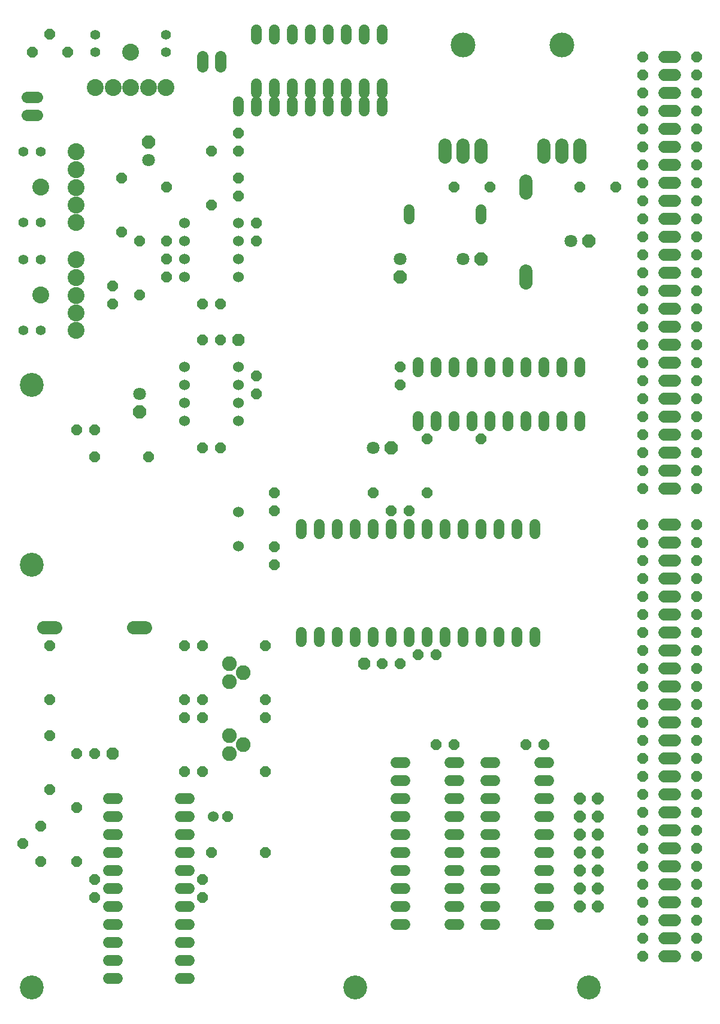
<source format=gbs>
G75*
%MOIN*%
%OFA0B0*%
%FSLAX25Y25*%
%IPPOS*%
%LPD*%
%AMOC8*
5,1,8,0,0,1.08239X$1,22.5*
%
%ADD10C,0.13300*%
%ADD11OC8,0.06000*%
%ADD12C,0.06000*%
%ADD13C,0.08200*%
%ADD14C,0.06000*%
%ADD15OC8,0.07100*%
%ADD16C,0.07100*%
%ADD17C,0.06400*%
%ADD18C,0.09400*%
%ADD19C,0.05524*%
%ADD20OC8,0.06800*%
%ADD21C,0.07400*%
%ADD22C,0.06800*%
%ADD23C,0.13800*%
%ADD24OC8,0.06050*%
%ADD25OC8,0.06400*%
D10*
X0021991Y0016300D03*
X0021991Y0251300D03*
X0021991Y0351300D03*
X0201991Y0016300D03*
X0331991Y0016300D03*
D11*
X0306991Y0151300D03*
X0296991Y0151300D03*
X0256991Y0151300D03*
X0246991Y0151300D03*
X0226991Y0196300D03*
X0236991Y0201300D03*
X0246991Y0201300D03*
X0216991Y0196300D03*
X0156991Y0251300D03*
X0156991Y0261300D03*
X0156991Y0281300D03*
X0156991Y0291300D03*
X0126991Y0316300D03*
X0116991Y0316300D03*
X0146991Y0346300D03*
X0146991Y0356300D03*
X0126991Y0376300D03*
X0116991Y0376300D03*
X0116991Y0396300D03*
X0126991Y0396300D03*
X0146991Y0431300D03*
X0146991Y0441300D03*
X0136991Y0456300D03*
X0136991Y0466300D03*
X0136991Y0481300D03*
X0136991Y0491300D03*
X0121991Y0481300D03*
X0121991Y0451300D03*
X0096991Y0461300D03*
X0096991Y0431300D03*
X0096991Y0421300D03*
X0096991Y0411300D03*
X0081991Y0401300D03*
X0066991Y0396300D03*
X0066991Y0406300D03*
X0081991Y0431300D03*
X0071991Y0436300D03*
X0071991Y0466300D03*
X0041891Y0536300D03*
X0031991Y0546300D03*
X0022091Y0536300D03*
X0046991Y0326300D03*
X0056991Y0326300D03*
X0056991Y0311300D03*
X0086991Y0311300D03*
X0106991Y0206300D03*
X0116991Y0206300D03*
X0116991Y0176300D03*
X0116991Y0166300D03*
X0106991Y0166300D03*
X0106991Y0176300D03*
X0106991Y0136300D03*
X0116991Y0136300D03*
X0130991Y0111300D03*
X0121991Y0091300D03*
X0116991Y0076300D03*
X0116991Y0066300D03*
X0151991Y0091300D03*
X0151991Y0136300D03*
X0151991Y0166300D03*
X0151991Y0176300D03*
X0151991Y0206300D03*
X0211991Y0291300D03*
X0221991Y0281300D03*
X0231991Y0281300D03*
X0241991Y0291300D03*
X0241991Y0321300D03*
X0226991Y0351300D03*
X0226991Y0361300D03*
X0271991Y0321300D03*
X0276991Y0461300D03*
X0256991Y0461300D03*
X0326991Y0461300D03*
X0346991Y0461300D03*
X0056991Y0146300D03*
X0046991Y0146300D03*
X0031991Y0156300D03*
X0031991Y0176300D03*
X0031991Y0206300D03*
X0031991Y0126300D03*
X0046991Y0116300D03*
X0026991Y0106200D03*
X0016991Y0096300D03*
X0026991Y0086400D03*
X0046991Y0086300D03*
X0056991Y0076300D03*
X0056991Y0066300D03*
D12*
X0064391Y0061300D02*
X0069591Y0061300D01*
X0069591Y0051300D02*
X0064391Y0051300D01*
X0064391Y0041300D02*
X0069591Y0041300D01*
X0069591Y0031300D02*
X0064391Y0031300D01*
X0064391Y0021300D02*
X0069591Y0021300D01*
X0104391Y0021300D02*
X0109591Y0021300D01*
X0109591Y0031300D02*
X0104391Y0031300D01*
X0104391Y0041300D02*
X0109591Y0041300D01*
X0109591Y0051300D02*
X0104391Y0051300D01*
X0104391Y0061300D02*
X0109591Y0061300D01*
X0109591Y0071300D02*
X0104391Y0071300D01*
X0104391Y0081300D02*
X0109591Y0081300D01*
X0109591Y0091300D02*
X0104391Y0091300D01*
X0104391Y0101300D02*
X0109591Y0101300D01*
X0109591Y0111300D02*
X0104391Y0111300D01*
X0104391Y0121300D02*
X0109591Y0121300D01*
X0069591Y0121300D02*
X0064391Y0121300D01*
X0064391Y0111300D02*
X0069591Y0111300D01*
X0069591Y0101300D02*
X0064391Y0101300D01*
X0064391Y0091300D02*
X0069591Y0091300D01*
X0069591Y0081300D02*
X0064391Y0081300D01*
X0064391Y0071300D02*
X0069591Y0071300D01*
X0171991Y0208700D02*
X0171991Y0213900D01*
X0181991Y0213900D02*
X0181991Y0208700D01*
X0191991Y0208700D02*
X0191991Y0213900D01*
X0201991Y0213900D02*
X0201991Y0208700D01*
X0211991Y0208700D02*
X0211991Y0213900D01*
X0221991Y0213900D02*
X0221991Y0208700D01*
X0231991Y0208700D02*
X0231991Y0213900D01*
X0241991Y0213900D02*
X0241991Y0208700D01*
X0251991Y0208700D02*
X0251991Y0213900D01*
X0261991Y0213900D02*
X0261991Y0208700D01*
X0271991Y0208700D02*
X0271991Y0213900D01*
X0281991Y0213900D02*
X0281991Y0208700D01*
X0291991Y0208700D02*
X0291991Y0213900D01*
X0301991Y0213900D02*
X0301991Y0208700D01*
X0301991Y0268700D02*
X0301991Y0273900D01*
X0291991Y0273900D02*
X0291991Y0268700D01*
X0281991Y0268700D02*
X0281991Y0273900D01*
X0271991Y0273900D02*
X0271991Y0268700D01*
X0261991Y0268700D02*
X0261991Y0273900D01*
X0251991Y0273900D02*
X0251991Y0268700D01*
X0241991Y0268700D02*
X0241991Y0273900D01*
X0231991Y0273900D02*
X0231991Y0268700D01*
X0221991Y0268700D02*
X0221991Y0273900D01*
X0211991Y0273900D02*
X0211991Y0268700D01*
X0201991Y0268700D02*
X0201991Y0273900D01*
X0191991Y0273900D02*
X0191991Y0268700D01*
X0181991Y0268700D02*
X0181991Y0273900D01*
X0171991Y0273900D02*
X0171991Y0268700D01*
X0236991Y0328700D02*
X0236991Y0333900D01*
X0246991Y0333900D02*
X0246991Y0328700D01*
X0256991Y0328700D02*
X0256991Y0333900D01*
X0266991Y0333900D02*
X0266991Y0328700D01*
X0276991Y0328700D02*
X0276991Y0333900D01*
X0286991Y0333900D02*
X0286991Y0328700D01*
X0296991Y0328700D02*
X0296991Y0333900D01*
X0306991Y0333900D02*
X0306991Y0328700D01*
X0316991Y0328700D02*
X0316991Y0333900D01*
X0326991Y0333900D02*
X0326991Y0328700D01*
X0326991Y0358700D02*
X0326991Y0363900D01*
X0316991Y0363900D02*
X0316991Y0358700D01*
X0306991Y0358700D02*
X0306991Y0363900D01*
X0296991Y0363900D02*
X0296991Y0358700D01*
X0286991Y0358700D02*
X0286991Y0363900D01*
X0276991Y0363900D02*
X0276991Y0358700D01*
X0266991Y0358700D02*
X0266991Y0363900D01*
X0256991Y0363900D02*
X0256991Y0358700D01*
X0246991Y0358700D02*
X0246991Y0363900D01*
X0236991Y0363900D02*
X0236991Y0358700D01*
X0231991Y0443700D02*
X0231991Y0448900D01*
X0271991Y0448900D02*
X0271991Y0443700D01*
X0216991Y0503700D02*
X0216991Y0508900D01*
X0216991Y0513700D02*
X0216991Y0518900D01*
X0206991Y0518900D02*
X0206991Y0513700D01*
X0206991Y0508900D02*
X0206991Y0503700D01*
X0196991Y0503700D02*
X0196991Y0508900D01*
X0196991Y0513700D02*
X0196991Y0518900D01*
X0186991Y0518900D02*
X0186991Y0513700D01*
X0186991Y0508900D02*
X0186991Y0503700D01*
X0176991Y0503700D02*
X0176991Y0508900D01*
X0176991Y0513700D02*
X0176991Y0518900D01*
X0166991Y0518900D02*
X0166991Y0513700D01*
X0166991Y0508900D02*
X0166991Y0503700D01*
X0156991Y0503700D02*
X0156991Y0508900D01*
X0156991Y0513700D02*
X0156991Y0518900D01*
X0146991Y0518900D02*
X0146991Y0513700D01*
X0146991Y0508900D02*
X0146991Y0503700D01*
X0136991Y0503700D02*
X0136991Y0508900D01*
X0146991Y0543700D02*
X0146991Y0548900D01*
X0156991Y0548900D02*
X0156991Y0543700D01*
X0166991Y0543700D02*
X0166991Y0548900D01*
X0176991Y0548900D02*
X0176991Y0543700D01*
X0186991Y0543700D02*
X0186991Y0548900D01*
X0196991Y0548900D02*
X0196991Y0543700D01*
X0206991Y0543700D02*
X0206991Y0548900D01*
X0216991Y0548900D02*
X0216991Y0543700D01*
X0224391Y0141300D02*
X0229591Y0141300D01*
X0229591Y0131300D02*
X0224391Y0131300D01*
X0224391Y0121300D02*
X0229591Y0121300D01*
X0229591Y0111300D02*
X0224391Y0111300D01*
X0224391Y0101300D02*
X0229591Y0101300D01*
X0229591Y0091300D02*
X0224391Y0091300D01*
X0224391Y0081300D02*
X0229591Y0081300D01*
X0229591Y0071300D02*
X0224391Y0071300D01*
X0224391Y0061300D02*
X0229591Y0061300D01*
X0229591Y0051300D02*
X0224391Y0051300D01*
X0254391Y0051300D02*
X0259591Y0051300D01*
X0259591Y0061300D02*
X0254391Y0061300D01*
X0254391Y0071300D02*
X0259591Y0071300D01*
X0259591Y0081300D02*
X0254391Y0081300D01*
X0254391Y0091300D02*
X0259591Y0091300D01*
X0259591Y0101300D02*
X0254391Y0101300D01*
X0254391Y0111300D02*
X0259591Y0111300D01*
X0259591Y0121300D02*
X0254391Y0121300D01*
X0254391Y0131300D02*
X0259591Y0131300D01*
X0259591Y0141300D02*
X0254391Y0141300D01*
X0274391Y0141300D02*
X0279591Y0141300D01*
X0279591Y0131300D02*
X0274391Y0131300D01*
X0274391Y0121300D02*
X0279591Y0121300D01*
X0279591Y0111300D02*
X0274391Y0111300D01*
X0274391Y0101300D02*
X0279591Y0101300D01*
X0279591Y0091300D02*
X0274391Y0091300D01*
X0274391Y0081300D02*
X0279591Y0081300D01*
X0279591Y0071300D02*
X0274391Y0071300D01*
X0274391Y0061300D02*
X0279591Y0061300D01*
X0279591Y0051300D02*
X0274391Y0051300D01*
X0304391Y0051300D02*
X0309591Y0051300D01*
X0309591Y0061300D02*
X0304391Y0061300D01*
X0304391Y0071300D02*
X0309591Y0071300D01*
X0309591Y0081300D02*
X0304391Y0081300D01*
X0304391Y0091300D02*
X0309591Y0091300D01*
X0309591Y0101300D02*
X0304391Y0101300D01*
X0304391Y0111300D02*
X0309591Y0111300D01*
X0309591Y0121300D02*
X0304391Y0121300D01*
X0304391Y0131300D02*
X0309591Y0131300D01*
X0309591Y0141300D02*
X0304391Y0141300D01*
D13*
X0139491Y0151300D03*
X0131991Y0146300D03*
X0131991Y0156300D03*
X0131991Y0186300D03*
X0131991Y0196300D03*
X0139491Y0191300D03*
D14*
X0136991Y0261800D03*
X0136991Y0280800D03*
X0136991Y0331300D03*
X0136991Y0341300D03*
X0136991Y0351300D03*
X0136991Y0361300D03*
X0106991Y0361300D03*
X0106991Y0351300D03*
X0106991Y0341300D03*
X0106991Y0331300D03*
X0106991Y0411300D03*
X0106991Y0421300D03*
X0106991Y0431300D03*
X0106991Y0441300D03*
X0136991Y0441300D03*
X0136991Y0431300D03*
X0136991Y0421300D03*
X0136991Y0411300D03*
X0122991Y0111300D03*
D15*
X0221991Y0316300D03*
X0226991Y0411300D03*
X0271991Y0421300D03*
X0331991Y0431300D03*
X0086991Y0486300D03*
X0081991Y0336300D03*
D16*
X0081991Y0346300D03*
X0086991Y0476300D03*
X0211991Y0316300D03*
X0226991Y0421300D03*
X0261991Y0421300D03*
X0321991Y0431300D03*
D17*
X0126991Y0528500D02*
X0126991Y0534100D01*
X0116991Y0534100D02*
X0116991Y0528500D01*
X0024791Y0511300D02*
X0019191Y0511300D01*
X0019191Y0501300D02*
X0024791Y0501300D01*
D18*
X0046676Y0480985D03*
X0046676Y0471143D03*
X0046676Y0461143D03*
X0046676Y0451457D03*
X0046676Y0441615D03*
X0046676Y0420985D03*
X0046676Y0411143D03*
X0046676Y0401143D03*
X0046676Y0391457D03*
X0046676Y0381615D03*
X0026991Y0401300D03*
X0026991Y0461300D03*
X0057306Y0516615D03*
X0067148Y0516615D03*
X0076833Y0516615D03*
X0086833Y0516615D03*
X0096676Y0516615D03*
X0076991Y0536300D03*
D19*
X0096676Y0536300D03*
X0096676Y0546143D03*
X0057306Y0546143D03*
X0057306Y0536300D03*
X0026991Y0480985D03*
X0017148Y0480985D03*
X0017148Y0441615D03*
X0026991Y0441615D03*
X0026991Y0420985D03*
X0017148Y0420985D03*
X0017148Y0381615D03*
X0026991Y0381615D03*
D20*
X0136991Y0376300D03*
X0206991Y0196300D03*
X0066991Y0146300D03*
D21*
X0078691Y0216300D02*
X0085291Y0216300D01*
X0035291Y0216300D02*
X0028691Y0216300D01*
X0251991Y0478000D02*
X0251991Y0484600D01*
X0261991Y0484600D02*
X0261991Y0478000D01*
X0271991Y0478000D02*
X0271991Y0484600D01*
X0296991Y0464600D02*
X0296991Y0458000D01*
X0306991Y0478000D02*
X0306991Y0484600D01*
X0316991Y0484600D02*
X0316991Y0478000D01*
X0326991Y0478000D02*
X0326991Y0484600D01*
X0296991Y0414600D02*
X0296991Y0408000D01*
D22*
X0373991Y0403800D02*
X0379991Y0403800D01*
X0379991Y0393800D02*
X0373991Y0393800D01*
X0373991Y0383800D02*
X0379991Y0383800D01*
X0379991Y0373800D02*
X0373991Y0373800D01*
X0373991Y0363800D02*
X0379991Y0363800D01*
X0379991Y0353800D02*
X0373991Y0353800D01*
X0373991Y0343800D02*
X0379991Y0343800D01*
X0379991Y0333800D02*
X0373991Y0333800D01*
X0373991Y0323800D02*
X0379991Y0323800D01*
X0379991Y0313800D02*
X0373991Y0313800D01*
X0373991Y0303800D02*
X0379991Y0303800D01*
X0379991Y0293800D02*
X0373991Y0293800D01*
X0373991Y0273800D02*
X0379991Y0273800D01*
X0379991Y0263800D02*
X0373991Y0263800D01*
X0373991Y0253800D02*
X0379991Y0253800D01*
X0379991Y0243800D02*
X0373991Y0243800D01*
X0373991Y0233800D02*
X0379991Y0233800D01*
X0379991Y0223800D02*
X0373991Y0223800D01*
X0373991Y0213800D02*
X0379991Y0213800D01*
X0379991Y0203800D02*
X0373991Y0203800D01*
X0373991Y0193800D02*
X0379991Y0193800D01*
X0379991Y0183800D02*
X0373991Y0183800D01*
X0373991Y0173800D02*
X0379991Y0173800D01*
X0379991Y0163800D02*
X0373991Y0163800D01*
X0373991Y0153800D02*
X0379991Y0153800D01*
X0379991Y0143800D02*
X0373991Y0143800D01*
X0373991Y0133800D02*
X0379991Y0133800D01*
X0379991Y0123800D02*
X0373991Y0123800D01*
X0373991Y0113800D02*
X0379991Y0113800D01*
X0379991Y0103800D02*
X0373991Y0103800D01*
X0373991Y0093800D02*
X0379991Y0093800D01*
X0379991Y0083800D02*
X0373991Y0083800D01*
X0373991Y0073800D02*
X0379991Y0073800D01*
X0379991Y0063800D02*
X0373991Y0063800D01*
X0373991Y0053800D02*
X0379991Y0053800D01*
X0379991Y0043800D02*
X0373991Y0043800D01*
X0373991Y0033800D02*
X0379991Y0033800D01*
X0379991Y0413800D02*
X0373991Y0413800D01*
X0373991Y0423800D02*
X0379991Y0423800D01*
X0379991Y0433800D02*
X0373991Y0433800D01*
X0373991Y0443800D02*
X0379991Y0443800D01*
X0379991Y0453800D02*
X0373991Y0453800D01*
X0373991Y0463800D02*
X0379991Y0463800D01*
X0379991Y0473800D02*
X0373991Y0473800D01*
X0373991Y0483800D02*
X0379991Y0483800D01*
X0379991Y0493800D02*
X0373991Y0493800D01*
X0373991Y0503800D02*
X0379991Y0503800D01*
X0379991Y0513800D02*
X0373991Y0513800D01*
X0373991Y0523800D02*
X0379991Y0523800D01*
X0379991Y0533800D02*
X0373991Y0533800D01*
D23*
X0316991Y0540300D03*
X0261991Y0540300D03*
D24*
X0361991Y0533800D03*
X0361991Y0523800D03*
X0361991Y0513800D03*
X0361991Y0503800D03*
X0361991Y0493800D03*
X0361991Y0483800D03*
X0361991Y0473800D03*
X0361991Y0463800D03*
X0361991Y0453800D03*
X0361991Y0443800D03*
X0361991Y0433800D03*
X0361991Y0423800D03*
X0361991Y0413800D03*
X0361991Y0403800D03*
X0361991Y0393800D03*
X0361991Y0383800D03*
X0361991Y0373800D03*
X0361991Y0363800D03*
X0361991Y0353800D03*
X0361991Y0343800D03*
X0361991Y0333800D03*
X0361991Y0323800D03*
X0361991Y0313800D03*
X0361991Y0303800D03*
X0361991Y0293800D03*
X0361991Y0273800D03*
X0361991Y0263800D03*
X0361991Y0253800D03*
X0361991Y0243800D03*
X0361991Y0233800D03*
X0361991Y0223800D03*
X0361991Y0213800D03*
X0361991Y0203800D03*
X0361991Y0193800D03*
X0361991Y0183800D03*
X0361991Y0173800D03*
X0361991Y0163800D03*
X0361991Y0153800D03*
X0361991Y0143800D03*
X0361991Y0133800D03*
X0361991Y0123800D03*
X0361991Y0113800D03*
X0361991Y0103800D03*
X0361991Y0093800D03*
X0361991Y0083800D03*
X0361991Y0073800D03*
X0361991Y0063800D03*
X0361991Y0053800D03*
X0361991Y0043800D03*
X0361991Y0033800D03*
X0391991Y0033800D03*
X0391991Y0043800D03*
X0391991Y0053800D03*
X0391991Y0063800D03*
X0391991Y0073800D03*
X0391991Y0083800D03*
X0391991Y0093800D03*
X0391991Y0103800D03*
X0391991Y0113800D03*
X0391991Y0123800D03*
X0391991Y0133800D03*
X0391991Y0143800D03*
X0391991Y0153800D03*
X0391991Y0163800D03*
X0391991Y0173800D03*
X0391991Y0183800D03*
X0391991Y0193800D03*
X0391991Y0203800D03*
X0391991Y0213800D03*
X0391991Y0223800D03*
X0391991Y0233800D03*
X0391991Y0243800D03*
X0391991Y0253800D03*
X0391991Y0263800D03*
X0391991Y0273800D03*
X0391991Y0293800D03*
X0391991Y0303800D03*
X0391991Y0313800D03*
X0391991Y0323800D03*
X0391991Y0333800D03*
X0391991Y0343800D03*
X0391991Y0353800D03*
X0391991Y0363800D03*
X0391991Y0373800D03*
X0391991Y0383800D03*
X0391991Y0393800D03*
X0391991Y0403800D03*
X0391991Y0413800D03*
X0391991Y0423800D03*
X0391991Y0433800D03*
X0391991Y0443800D03*
X0391991Y0453800D03*
X0391991Y0463800D03*
X0391991Y0473800D03*
X0391991Y0483800D03*
X0391991Y0493800D03*
X0391991Y0503800D03*
X0391991Y0513800D03*
X0391991Y0523800D03*
X0391991Y0533800D03*
D25*
X0336991Y0121300D03*
X0336991Y0111300D03*
X0336991Y0101300D03*
X0336991Y0091300D03*
X0336991Y0081300D03*
X0336991Y0071300D03*
X0336991Y0061300D03*
X0326991Y0061300D03*
X0326991Y0071300D03*
X0326991Y0081300D03*
X0326991Y0091300D03*
X0326991Y0101300D03*
X0326991Y0111300D03*
X0326991Y0121300D03*
M02*

</source>
